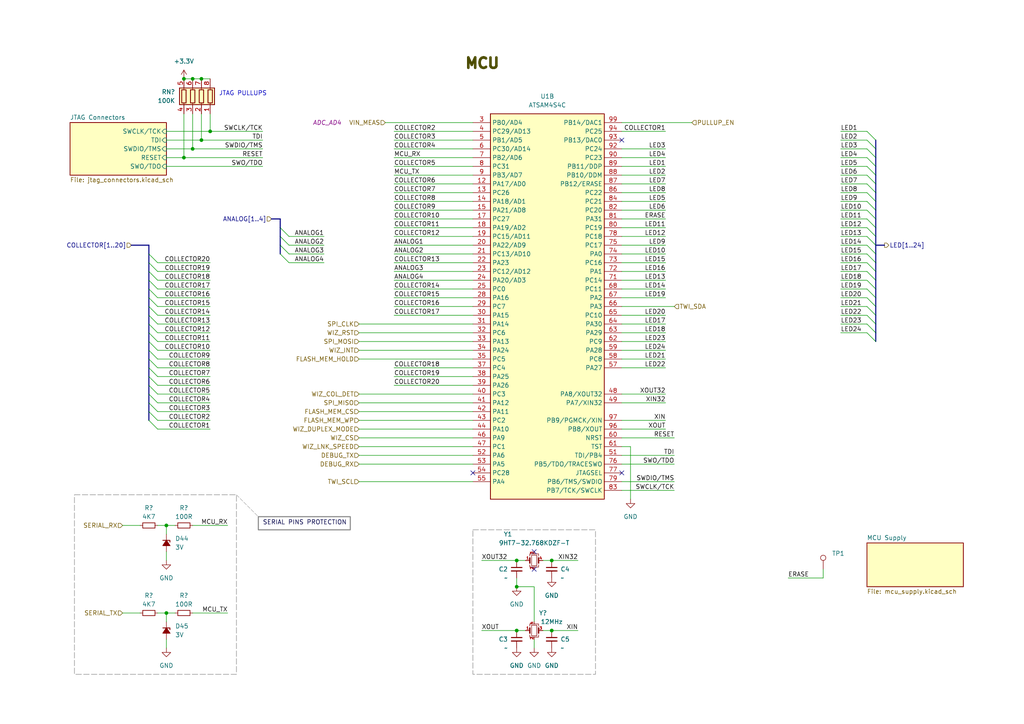
<source format=kicad_sch>
(kicad_sch (version 20230121) (generator eeschema)
  (paper "A4")
  (title_block (title "MCU") (date "2023-06-28") (rev "R2.1"))
  (lib_symbols
    (symbol "Connector:TestPoint" (pin_numbers hide) (pin_names (offset 0.762) hide)
      (property "Reference" "TP" (at 0 6.858 0))
      (property "Value" "TestPoint" (at 0 5.08 0))
      (symbol "TestPoint_0_1"
        (circle (center 0 3.302) (radius 0.762))
      )
      (symbol "TestPoint_1_1"
        (pin passive line (at 0 0 90) (length 2.54) (name "1") (number "1"))
      )
    )
    (symbol "Device:C_Small" (pin_numbers hide) (pin_names (offset 0.254) hide)
      (property "Reference" "C" (at 0.254 1.778 0))
      (property "Value" "C_Small" (at 0.254 -2.032 0))
      (symbol "C_Small_0_1"
        (polyline (pts (xy -1.524 -0.508) (xy 1.524 -0.508)) (stroke (width 0.3302)))
        (polyline (pts (xy -1.524 0.508) (xy 1.524 0.508)) (stroke (width 0.3048)))
      )
      (symbol "C_Small_1_1"
        (pin passive line (at 0 2.54 270) (length 2.032) (name "~") (number "1"))
        (pin passive line (at 0 -2.54 90) (length 2.032) (name "~") (number "2"))
      )
    )
    (symbol "Device:Crystal_GND23_Small" (pin_names (offset 1.016) hide)
      (property "Reference" "Y" (at 1.27 4.445 0))
      (property "Value" "Crystal_GND23_Small" (at 1.27 2.54 0))
      (symbol "Crystal_GND23_Small_0_1"
        (rectangle (start -0.762 -1.524) (end 0.762 1.524))
        (polyline (pts (xy -1.27 -0.762) (xy -1.27 0.762)) (stroke (width 0.381)))
        (polyline (pts (xy 1.27 -0.762) (xy 1.27 0.762)) (stroke (width 0.381)))
        (polyline (pts (xy -1.27 -1.27) (xy -1.27 -1.905) (xy 1.27 -1.905) (xy 1.27 -1.27)))
        (polyline (pts (xy -1.27 1.27) (xy -1.27 1.905) (xy 1.27 1.905) (xy 1.27 1.27)))
      )
      (symbol "Crystal_GND23_Small_1_1"
        (pin passive line (at -2.54 0 0) (length 1.27) (name "1") (number "1"))
        (pin passive line (at 0 -2.54 90) (length 0.635) (name "2") (number "2"))
        (pin passive line (at 0 2.54 270) (length 0.635) (name "3") (number "3"))
        (pin passive line (at 2.54 0 180) (length 1.27) (name "4") (number "4"))
      )
    )
    (symbol "Device:Crystal_GND24_Small" (pin_names (offset 1.016) hide)
      (property "Reference" "Y" (at 1.27 4.445 0))
      (property "Value" "Crystal_GND24_Small" (at 1.27 2.54 0))
      (symbol "Crystal_GND24_Small_0_1"
        (rectangle (start -0.762 -1.524) (end 0.762 1.524))
        (polyline (pts (xy -1.27 -0.762) (xy -1.27 0.762)) (stroke (width 0.381)))
        (polyline (pts (xy 1.27 -0.762) (xy 1.27 0.762)) (stroke (width 0.381)))
        (polyline (pts (xy -1.27 -1.27) (xy -1.27 -1.905) (xy 1.27 -1.905) (xy 1.27 -1.27)))
        (polyline (pts (xy -1.27 1.27) (xy -1.27 1.905) (xy 1.27 1.905) (xy 1.27 1.27)))
      )
      (symbol "Crystal_GND24_Small_1_1"
        (pin passive line (at -2.54 0 0) (length 1.27) (name "1") (number "1"))
        (pin passive line (at 0 -2.54 90) (length 0.635) (name "2") (number "2"))
        (pin passive line (at 2.54 0 180) (length 1.27) (name "3") (number "3"))
        (pin passive line (at 0 2.54 270) (length 0.635) (name "4") (number "4"))
      )
    )
    (symbol "Device:D_Zener_Small_Filled" (pin_numbers hide) (pin_names (offset 0.254) hide)
      (property "Reference" "D" (at 0 2.286 0))
      (property "Value" "D_Zener_Small_Filled" (at 0 -2.286 0))
      (symbol "D_Zener_Small_Filled_0_1"
        (polyline (pts (xy 0.762 0) (xy -0.762 0)))
        (polyline (pts (xy -0.254 1.016) (xy -0.762 1.016) (xy -0.762 -1.016)) (stroke (width 0.254)))
        (polyline (pts (xy 0.762 1.016) (xy -0.762 0) (xy 0.762 -1.016) (xy 0.762 1.016)) (stroke (width 0.254)) (fill (type outline)))
      )
      (symbol "D_Zener_Small_Filled_1_1"
        (pin passive line (at -2.54 0 0) (length 1.778) (name "K") (number "1"))
        (pin passive line (at 2.54 0 180) (length 1.778) (name "A") (number "2"))
      )
    )
    (symbol "Device:R_Pack04" (pin_names (offset 0) hide)
      (property "Reference" "RN" (at -7.62 0 90))
      (property "Value" "R_Pack04" (at 5.08 0 90))
      (symbol "R_Pack04_0_1"
        (rectangle (start -6.35 -2.413) (end 3.81 2.413) (stroke (width 0.254)) (fill (type background)))
        (rectangle (start -5.715 1.905) (end -4.445 -1.905) (stroke (width 0.254)))
        (rectangle (start -3.175 1.905) (end -1.905 -1.905) (stroke (width 0.254)))
        (rectangle (start -0.635 1.905) (end 0.635 -1.905) (stroke (width 0.254)))
        (polyline (pts (xy -5.08 -2.54) (xy -5.08 -1.905)))
        (polyline (pts (xy -5.08 1.905) (xy -5.08 2.54)))
        (polyline (pts (xy -2.54 -2.54) (xy -2.54 -1.905)))
        (polyline (pts (xy -2.54 1.905) (xy -2.54 2.54)))
        (polyline (pts (xy 0 -2.54) (xy 0 -1.905)))
        (polyline (pts (xy 0 1.905) (xy 0 2.54)))
        (polyline (pts (xy 2.54 -2.54) (xy 2.54 -1.905)))
        (polyline (pts (xy 2.54 1.905) (xy 2.54 2.54)))
        (rectangle (start 1.905 1.905) (end 3.175 -1.905) (stroke (width 0.254)))
      )
      (symbol "R_Pack04_1_1"
        (pin passive line (at -5.08 -5.08 90) (length 2.54) (name "R1.1") (number "1"))
        (pin passive line (at -2.54 -5.08 90) (length 2.54) (name "R2.1") (number "2"))
        (pin passive line (at 0 -5.08 90) (length 2.54) (name "R3.1") (number "3"))
        (pin passive line (at 2.54 -5.08 90) (length 2.54) (name "R4.1") (number "4"))
        (pin passive line (at 2.54 5.08 270) (length 2.54) (name "R4.2") (number "5"))
        (pin passive line (at 0 5.08 270) (length 2.54) (name "R3.2") (number "6"))
        (pin passive line (at -2.54 5.08 270) (length 2.54) (name "R2.2") (number "7"))
        (pin passive line (at -5.08 5.08 270) (length 2.54) (name "R1.2") (number "8"))
      )
    )
    (symbol "Device:R_Small" (pin_numbers hide) (pin_names (offset 0.254) hide)
      (property "Reference" "R" (at 0.762 0.508 0))
      (property "Value" "R_Small" (at 0.762 -1.016 0))
      (symbol "R_Small_0_1"
        (rectangle (start -0.762 1.778) (end 0.762 -1.778) (stroke (width 0.2032)))
      )
      (symbol "R_Small_1_1"
        (pin passive line (at 0 2.54 270) (length 0.762) (name "~") (number "1"))
        (pin passive line (at 0 -2.54 90) (length 0.762) (name "~") (number "2"))
      )
    )
    (symbol "My Libraries:ATSAM4S2C"
      (property "Reference" "U" (at -2.54 58.42 0))
      (property "Value" "ATSAM4S4C" (at 0 55.88 0))
      (symbol "ATSAM4S2C_1_1"
        (rectangle (start -20.32 15.24) (end 20.32 -20.32) (stroke (width 0.254)) (fill (type background)))
        (pin input line (at -25.4 -17.78 0) (length 5.08) (name "ADVREF") (number "1"))
        (pin power_in line (at -25.4 12.7 0) (length 5.08) (name "VDDIN") (number "10"))
        (pin power_in line (at 25.4 -17.78 180) (length 5.08) (name "VDDPLL") (number "100"))
        (pin power_out line (at 25.4 12.7 180) (length 5.08) (name "VDDOUT") (number "11"))
        (pin power_in line (at 25.4 -7.62 180) (length 5.08) (name "VDDCORE") (number "16"))
        (pin power_in line (at -5.08 -25.4 90) (length 5.08) (name "GND") (number "2"))
        (pin power_in line (at -2.54 -25.4 90) (length 5.08) (name "GND") (number "26"))
        (pin power_in line (at -25.4 0 0) (length 5.08) (name "VDDIO") (number "27"))
        (pin power_in line (at 25.4 -5.08 180) (length 5.08) (name "VDDCORE") (number "36"))
        (pin power_in line (at 2.54 -25.4 90) (length 5.08) (name "GND") (number "45"))
        (pin power_in line (at -25.4 -2.54 0) (length 5.08) (name "VDDIO") (number "50"))
        (pin power_in line (at 25.4 -2.54 180) (length 5.08) (name "VDDCORE") (number "56"))
        (pin power_in line (at -25.4 -5.08 0) (length 5.08) (name "VDDIO") (number "69"))
        (pin power_in line (at 0 -25.4 90) (length 5.08) (name "GND") (number "70"))
        (pin power_in line (at 25.4 0 180) (length 5.08) (name "VDDCORE") (number "85"))
        (pin power_in line (at -25.4 -7.62 0) (length 5.08) (name "VDDIO") (number "91"))
        (pin power_in line (at 5.08 -25.4 90) (length 5.08) (name "GND") (number "95"))
        (pin power_in line (at -25.4 -10.16 0) (length 5.08) (name "VDDIO") (number "98"))
      )
      (symbol "ATSAM4S2C_2_1"
        (rectangle (start -17.78 53.34) (end 15.24 -58.42) (stroke (width 0.254)) (fill (type background)))
        (pin passive line (at -22.86 33.02 0) (length 5.08) (name "PA17/AD0") (number "12"))
        (pin passive line (at -22.86 30.48 0) (length 5.08) (name "PC26") (number "13"))
        (pin passive line (at -22.86 27.94 0) (length 5.08) (name "PA18/AD1") (number "14"))
        (pin passive line (at -22.86 25.4 0) (length 5.08) (name "PA21/AD8") (number "15"))
        (pin passive line (at -22.86 22.86 0) (length 5.08) (name "PC27") (number "17"))
        (pin passive line (at -22.86 20.32 0) (length 5.08) (name "PA19/AD2") (number "18"))
        (pin passive line (at -22.86 17.78 0) (length 5.08) (name "PC15/AD11") (number "19"))
        (pin passive line (at -22.86 15.24 0) (length 5.08) (name "PA22/AD9") (number "20"))
        (pin passive line (at -22.86 12.7 0) (length 5.08) (name "PC13/AD10") (number "21"))
        (pin passive line (at -22.86 10.16 0) (length 5.08) (name "PA23") (number "22"))
        (pin passive line (at -22.86 7.62 0) (length 5.08) (name "PC12/AD12") (number "23"))
        (pin passive line (at -22.86 5.08 0) (length 5.08) (name "PA20/AD3") (number "24"))
        (pin passive line (at -22.86 2.54 0) (length 5.08) (name "PC0") (number "25"))
        (pin passive line (at -22.86 0 0) (length 5.08) (name "PA16") (number "28"))
        (pin passive line (at -22.86 -2.54 0) (length 5.08) (name "PC7") (number "29"))
        (pin passive line (at -22.86 50.8 0) (length 5.08) (name "PB0/AD4") (number "3"))
        (pin passive line (at -22.86 -5.08 0) (length 5.08) (name "PA15") (number "30"))
        (pin passive line (at -22.86 -7.62 0) (length 5.08) (name "PA14") (number "31"))
        (pin passive line (at -22.86 -10.16 0) (length 5.08) (name "PC6") (number "32"))
        (pin passive line (at -22.86 -12.7 0) (length 5.08) (name "PA13") (number "33"))
        (pin passive line (at -22.86 -15.24 0) (length 5.08) (name "PA24") (number "34"))
        (pin passive line (at -22.86 -17.78 0) (length 5.08) (name "PC5") (number "35"))
        (pin passive line (at -22.86 -20.32 0) (length 5.08) (name "PC4") (number "37"))
        (pin passive line (at -22.86 -22.86 0) (length 5.08) (name "PA25") (number "38"))
        (pin passive line (at -22.86 -25.4 0) (length 5.08) (name "PA26") (number "39"))
        (pin passive line (at -22.86 48.26 0) (length 5.08) (name "PC29/AD13") (number "4"))
        (pin passive line (at -22.86 -27.94 0) (length 5.08) (name "PC3") (number "40"))
        (pin passive line (at -22.86 -30.48 0) (length 5.08) (name "PA12") (number "41"))
        (pin passive line (at -22.86 -33.02 0) (length 5.08) (name "PA11") (number "42"))
        (pin passive line (at -22.86 -35.56 0) (length 5.08) (name "PC2") (number "43"))
        (pin passive line (at -22.86 -38.1 0) (length 5.08) (name "PA10") (number "44"))
        (pin passive line (at -22.86 -40.64 0) (length 5.08) (name "PA9") (number "46"))
        (pin passive line (at -22.86 -43.18 0) (length 5.08) (name "PC1") (number "47"))
        (pin passive line (at 20.32 -27.94 180) (length 5.08) (name "PA8/XOUT32") (number "48"))
        (pin passive line (at 20.32 -30.48 180) (length 5.08) (name "PA7/XIN32") (number "49"))
        (pin passive line (at -22.86 45.72 0) (length 5.08) (name "PB1/AD5") (number "5"))
        (pin passive line (at 20.32 -45.72 180) (length 5.08) (name "TDI/PB4") (number "51"))
        (pin passive line (at -22.86 -45.72 0) (length 5.08) (name "PA6") (number "52"))
        (pin passive line (at -22.86 -48.26 0) (length 5.08) (name "PA5") (number "53"))
        (pin passive line (at -22.86 -50.8 0) (length 5.08) (name "PC28") (number "54"))
        (pin passive line (at -22.86 -53.34 0) (length 5.08) (name "PA4") (number "55"))
        (pin passive line (at 20.32 -20.32 180) (length 5.08) (name "PA27") (number "57"))
        (pin passive line (at 20.32 -17.78 180) (length 5.08) (name "PC8") (number "58"))
        (pin passive line (at 20.32 -15.24 180) (length 5.08) (name "PA28") (number "59"))
        (pin passive line (at -22.86 43.18 0) (length 5.08) (name "PC30/AD14") (number "6"))
        (pin passive line (at 20.32 -40.64 180) (length 5.08) (name "NRST") (number "60"))
        (pin passive line (at 20.32 -43.18 180) (length 5.08) (name "TST") (number "61"))
        (pin passive line (at 20.32 -12.7 180) (length 5.08) (name "PC9") (number "62"))
        (pin passive line (at 20.32 -10.16 180) (length 5.08) (name "PA29") (number "63"))
        (pin passive line (at 20.32 -7.62 180) (length 5.08) (name "PA30") (number "64"))
        (pin passive line (at 20.32 -5.08 180) (length 5.08) (name "PC10") (number "65"))
        (pin passive line (at 20.32 -2.54 180) (length 5.08) (name "PA3") (number "66"))
        (pin passive line (at 20.32 0 180) (length 5.08) (name "PA2") (number "67"))
        (pin passive line (at 20.32 2.54 180) (length 5.08) (name "PC11") (number "68"))
        (pin passive line (at -22.86 40.64 0) (length 5.08) (name "PB2/AD6") (number "7"))
        (pin passive line (at 20.32 5.08 180) (length 5.08) (name "PC14") (number "71"))
        (pin passive line (at 20.32 7.62 180) (length 5.08) (name "PA1") (number "72"))
        (pin passive line (at 20.32 10.16 180) (length 5.08) (name "PC16") (number "73"))
        (pin passive line (at 20.32 12.7 180) (length 5.08) (name "PA0") (number "74"))
        (pin passive line (at 20.32 15.24 180) (length 5.08) (name "PC17") (number "75"))
        (pin passive line (at 20.32 -48.26 180) (length 5.08) (name "PB5/TDO/TRACESWO") (number "76"))
        (pin passive line (at 20.32 -50.8 180) (length 5.08) (name "JTAGSEL") (number "77"))
        (pin passive line (at 20.32 17.78 180) (length 5.08) (name "PC18") (number "78"))
        (pin passive line (at 20.32 -53.34 180) (length 5.08) (name "PB6/TMS/SWDIO") (number "79"))
        (pin passive line (at -22.86 38.1 0) (length 5.08) (name "PC31") (number "8"))
        (pin passive line (at 20.32 20.32 180) (length 5.08) (name "PC19") (number "80"))
        (pin passive line (at 20.32 22.86 180) (length 5.08) (name "PA31") (number "81"))
        (pin passive line (at 20.32 25.4 180) (length 5.08) (name "PC20") (number "82"))
        (pin passive line (at 20.32 -55.88 180) (length 5.08) (name "PB7/TCK/SWCLK") (number "83"))
        (pin passive line (at 20.32 27.94 180) (length 5.08) (name "PC21") (number "84"))
        (pin passive line (at 20.32 30.48 180) (length 5.08) (name "PC22") (number "86"))
        (pin passive line (at 20.32 33.02 180) (length 5.08) (name "PB12/ERASE") (number "87"))
        (pin passive line (at 20.32 35.56 180) (length 5.08) (name "PB10/DDM") (number "88"))
        (pin passive line (at 20.32 38.1 180) (length 5.08) (name "PB11/DDP") (number "89"))
        (pin passive line (at -22.86 35.56 0) (length 5.08) (name "PB3/AD7") (number "9"))
        (pin passive line (at 20.32 40.64 180) (length 5.08) (name "PC23") (number "90"))
        (pin passive line (at 20.32 43.18 180) (length 5.08) (name "PC24") (number "92"))
        (pin passive line (at 20.32 45.72 180) (length 5.08) (name "PB13/DAC0") (number "93"))
        (pin passive line (at 20.32 48.26 180) (length 5.08) (name "PC25") (number "94"))
        (pin passive line (at 20.32 -38.1 180) (length 5.08) (name "PB8/XOUT") (number "96"))
        (pin passive line (at 20.32 -35.56 180) (length 5.08) (name "PB9/PGMCK/XIN") (number "97"))
        (pin passive line (at 20.32 50.8 180) (length 5.08) (name "PB14/DAC1") (number "99"))
      )
    )
    (symbol "power:+3.3V" (power) (pin_names (offset 0))
      (property "Value" "+3.3V" (at 0 3.556 0))
      (symbol "+3.3V_0_1"
        (polyline (pts (xy -0.762 1.27) (xy 0 2.54)))
        (polyline (pts (xy 0 0) (xy 0 2.54)))
        (polyline (pts (xy 0 2.54) (xy 0.762 1.27)))
      )
      (symbol "+3.3V_1_1"
        (pin power_in line (at 0 0 90) (length 0) hide (name "+3.3V") (number "1"))
      )
    )
    (symbol "power:GND" (power) (pin_names (offset 0))
      (property "Value" "GND" (at 0 -3.81 0))
      (symbol "GND_0_1"
        (polyline (pts (xy 0 0) (xy 0 -1.27) (xy 1.27 -1.27) (xy 0 -2.54) (xy -1.27 -1.27) (xy 0 -1.27)))
      )
      (symbol "GND_1_1"
        (pin power_in line (at 0 0 270) (length 0) hide (name "GND") (number "1"))
      )
    )
  )
  (junction (at 58.42 22.86))
  (junction (at 160.02 182.88))
  (junction (at 58.42 40.64))
  (junction (at 60.96 38.1))
  (junction (at 160.02 162.56))
  (junction (at 53.34 45.72))
  (junction (at 149.86 182.88))
  (junction (at 48.26 152.4))
  (junction (at 149.86 170.18))
  (junction (at 53.34 22.86))
  (junction (at 55.88 22.86))
  (junction (at 48.26 177.8))
  (junction (at 149.86 162.56))
  (junction (at 55.88 43.18))
  (no_connect (at 180.34 40.64))
  (no_connect (at 154.94 160.02))
  (no_connect (at 180.34 137.16))
  (no_connect (at 137.16 137.16))
  (no_connect (at 154.94 165.1))
  (bus_entry (at 251.46 86.36) (size 2.54 2.54))
  (bus_entry (at 254 60.96) (size -2.54 -2.54))
  (bus_entry (at 254 93.98) (size -2.54 -2.54))
  (bus_entry (at 254 91.44) (size -2.54 -2.54))
  (bus_entry (at 43.18 114.3) (size 2.54 2.54))
  (bus_entry (at 254 81.28) (size -2.54 -2.54))
  (bus_entry (at 254 73.66) (size -2.54 -2.54))
  (bus_entry (at 83.82 71.12) (size -2.54 -2.54))
  (bus_entry (at 43.18 116.84) (size 2.54 2.54))
  (bus_entry (at 254 66.04) (size -2.54 -2.54))
  (bus_entry (at 43.18 78.74) (size 2.54 2.54))
  (bus_entry (at 45.72 76.2) (size -2.54 -2.54))
  (bus_entry (at 83.82 73.66) (size -2.54 -2.54))
  (bus_entry (at 254 76.2) (size -2.54 -2.54))
  (bus_entry (at 43.18 96.52) (size 2.54 2.54))
  (bus_entry (at 43.18 81.28) (size 2.54 2.54))
  (bus_entry (at 254 78.74) (size -2.54 -2.54))
  (bus_entry (at 43.18 119.38) (size 2.54 2.54))
  (bus_entry (at 43.18 101.6) (size 2.54 2.54))
  (bus_entry (at 43.18 91.44) (size 2.54 2.54))
  (bus_entry (at 43.18 109.22) (size 2.54 2.54))
  (bus_entry (at 43.18 121.92) (size 2.54 2.54))
  (bus_entry (at 45.72 101.6) (size -2.54 -2.54))
  (bus_entry (at 251.46 60.96) (size 2.54 2.54))
  (bus_entry (at 254 96.52) (size -2.54 -2.54))
  (bus_entry (at 254 58.42) (size -2.54 -2.54))
  (bus_entry (at 254 40.64) (size -2.54 -2.54))
  (bus_entry (at 43.18 86.36) (size 2.54 2.54))
  (bus_entry (at 254 43.18) (size -2.54 -2.54))
  (bus_entry (at 254 71.12) (size -2.54 -2.54))
  (bus_entry (at 254 68.58) (size -2.54 -2.54))
  (bus_entry (at 254 55.88) (size -2.54 -2.54))
  (bus_entry (at 43.18 88.9) (size 2.54 2.54))
  (bus_entry (at 43.18 83.82) (size 2.54 2.54))
  (bus_entry (at 83.82 76.2) (size -2.54 -2.54))
  (bus_entry (at 254 83.82) (size -2.54 -2.54))
  (bus_entry (at 254 53.34) (size -2.54 -2.54))
  (bus_entry (at 251.46 96.52) (size 2.54 2.54))
  (bus_entry (at 254 86.36) (size -2.54 -2.54))
  (bus_entry (at 43.18 106.68) (size 2.54 2.54))
  (bus_entry (at 43.18 111.76) (size 2.54 2.54))
  (bus_entry (at 83.82 68.58) (size -2.54 -2.54))
  (bus_entry (at 254 45.72) (size -2.54 -2.54))
  (bus_entry (at 254 50.8) (size -2.54 -2.54))
  (bus_entry (at 43.18 104.14) (size 2.54 2.54))
  (bus_entry (at 43.18 93.98) (size 2.54 2.54))
  (bus_entry (at 254 48.26) (size -2.54 -2.54))
  (bus_entry (at 43.18 76.2) (size 2.54 2.54))
  (wire (pts (xy 35.56 152.4) (xy 40.64 152.4)))
  (wire (pts (xy 104.14 129.54) (xy 137.16 129.54)))
  (wire (pts (xy 180.34 104.14) (xy 193.04 104.14)))
  (wire (pts (xy 137.16 78.74) (xy 114.3 78.74)))
  (bus (pts (xy 43.18 109.22) (xy 43.18 106.68)))
  (wire (pts (xy 45.72 116.84) (xy 60.96 116.84)))
  (wire (pts (xy 48.26 177.8) (xy 48.26 180.34)))
  (wire (pts (xy 180.34 50.8) (xy 193.04 50.8)))
  (wire (pts (xy 45.72 78.74) (xy 60.96 78.74)))
  (bus (pts (xy 254 93.98) (xy 254 96.52)))
  (bus (pts (xy 254 83.82) (xy 254 86.36)))
  (wire (pts (xy 149.86 162.56) (xy 152.4 162.56)))
  (wire (pts (xy 180.34 93.98) (xy 193.04 93.98)))
  (bus (pts (xy 254 96.52) (xy 254 99.06)))
  (wire (pts (xy 114.3 50.8) (xy 137.16 50.8)))
  (wire (pts (xy 48.26 38.1) (xy 60.96 38.1)))
  (wire (pts (xy 180.34 129.54) (xy 182.88 129.54)))
  (wire (pts (xy 137.16 68.58) (xy 114.3 68.58)))
  (bus (pts (xy 254 73.66) (xy 254 76.2)))
  (wire (pts (xy 83.82 68.58) (xy 93.98 68.58)))
  (wire (pts (xy 180.34 60.96) (xy 193.04 60.96)))
  (bus (pts (xy 43.18 96.52) (xy 43.18 93.98)))
  (wire (pts (xy 48.26 152.4) (xy 50.8 152.4)))
  (bus (pts (xy 43.18 119.38) (xy 43.18 116.84)))
  (wire (pts (xy 48.26 152.4) (xy 48.26 154.94)))
  (wire (pts (xy 45.72 88.9) (xy 60.96 88.9)))
  (bus (pts (xy 254 68.58) (xy 254 71.12)))
  (wire (pts (xy 180.34 58.42) (xy 193.04 58.42)))
  (bus (pts (xy 254 71.12) (xy 254 73.66)))
  (wire (pts (xy 137.16 83.82) (xy 114.3 83.82)))
  (wire (pts (xy 154.94 170.18) (xy 149.86 170.18)))
  (wire (pts (xy 48.26 160.02) (xy 48.26 162.56)))
  (bus (pts (xy 254 55.88) (xy 254 58.42)))
  (wire (pts (xy 45.72 111.76) (xy 60.96 111.76)))
  (wire (pts (xy 45.72 104.14) (xy 60.96 104.14)))
  (wire (pts (xy 251.46 53.34) (xy 243.84 53.34)))
  (wire (pts (xy 180.34 91.44) (xy 193.04 91.44)))
  (wire (pts (xy 137.16 88.9) (xy 114.3 88.9)))
  (wire (pts (xy 55.88 152.4) (xy 66.04 152.4)))
  (wire (pts (xy 104.14 134.62) (xy 137.16 134.62)))
  (wire (pts (xy 45.72 93.98) (xy 60.96 93.98)))
  (bus (pts (xy 43.18 73.66) (xy 43.18 71.12)))
  (wire (pts (xy 104.14 119.38) (xy 137.16 119.38)))
  (wire (pts (xy 139.7 162.56) (xy 149.86 162.56)))
  (wire (pts (xy 160.02 182.88) (xy 167.64 182.88)))
  (wire (pts (xy 104.14 114.3) (xy 137.16 114.3)))
  (wire (pts (xy 180.34 101.6) (xy 193.04 101.6)))
  (bus (pts (xy 254 88.9) (xy 254 91.44)))
  (wire (pts (xy 48.26 177.8) (xy 50.8 177.8)))
  (wire (pts (xy 154.94 180.34) (xy 154.94 170.18)))
  (bus (pts (xy 43.18 76.2) (xy 43.18 73.66)))
  (wire (pts (xy 251.46 83.82) (xy 243.84 83.82)))
  (bus (pts (xy 43.18 81.28) (xy 43.18 78.74)))
  (wire (pts (xy 58.42 33.02) (xy 58.42 40.64)))
  (bus (pts (xy 254 48.26) (xy 254 50.8)))
  (wire (pts (xy 137.16 43.18) (xy 114.3 43.18)))
  (wire (pts (xy 45.72 96.52) (xy 60.96 96.52)))
  (wire (pts (xy 137.16 91.44) (xy 114.3 91.44)))
  (wire (pts (xy 111.76 35.56) (xy 137.16 35.56)))
  (wire (pts (xy 251.46 71.12) (xy 243.84 71.12)))
  (wire (pts (xy 251.46 81.28) (xy 243.84 81.28)))
  (wire (pts (xy 114.3 106.68) (xy 137.16 106.68)))
  (wire (pts (xy 180.34 142.24) (xy 195.58 142.24)))
  (bus (pts (xy 78.74 63.5) (xy 81.28 63.5)))
  (bus (pts (xy 43.18 83.82) (xy 43.18 81.28)))
  (wire (pts (xy 157.48 162.56) (xy 160.02 162.56)))
  (bus (pts (xy 254 40.64) (xy 254 43.18)))
  (bus (pts (xy 43.18 86.36) (xy 43.18 83.82)))
  (bus (pts (xy 254 78.74) (xy 254 81.28)))
  (wire (pts (xy 180.34 134.62) (xy 195.58 134.62)))
  (wire (pts (xy 154.94 185.42) (xy 154.94 187.96)))
  (wire (pts (xy 104.14 93.98) (xy 137.16 93.98)))
  (wire (pts (xy 58.42 22.86) (xy 60.96 22.86)))
  (wire (pts (xy 238.76 165.1) (xy 238.76 167.64)))
  (bus (pts (xy 254 81.28) (xy 254 83.82)))
  (bus (pts (xy 43.18 104.14) (xy 43.18 101.6)))
  (wire (pts (xy 180.34 63.5) (xy 193.04 63.5)))
  (wire (pts (xy 104.14 116.84) (xy 137.16 116.84)))
  (wire (pts (xy 180.34 68.58) (xy 193.04 68.58)))
  (wire (pts (xy 180.34 38.1) (xy 193.04 38.1)))
  (wire (pts (xy 45.72 101.6) (xy 60.96 101.6)))
  (wire (pts (xy 180.34 43.18) (xy 193.04 43.18)))
  (wire (pts (xy 180.34 99.06) (xy 193.04 99.06)))
  (wire (pts (xy 251.46 50.8) (xy 243.84 50.8)))
  (wire (pts (xy 180.34 76.2) (xy 193.04 76.2)))
  (wire (pts (xy 251.46 60.96) (xy 243.84 60.96)))
  (wire (pts (xy 104.14 139.7) (xy 137.16 139.7)))
  (wire (pts (xy 83.82 71.12) (xy 93.98 71.12)))
  (wire (pts (xy 137.16 40.64) (xy 114.3 40.64)))
  (wire (pts (xy 45.72 152.4) (xy 48.26 152.4)))
  (wire (pts (xy 180.34 53.34) (xy 193.04 53.34)))
  (wire (pts (xy 60.96 38.1) (xy 76.2 38.1)))
  (wire (pts (xy 35.56 177.8) (xy 40.64 177.8)))
  (wire (pts (xy 53.34 22.86) (xy 55.88 22.86)))
  (wire (pts (xy 83.82 76.2) (xy 93.98 76.2)))
  (wire (pts (xy 104.14 104.14) (xy 137.16 104.14)))
  (wire (pts (xy 104.14 96.52) (xy 137.16 96.52)))
  (wire (pts (xy 193.04 121.92) (xy 180.34 121.92)))
  (wire (pts (xy 104.14 121.92) (xy 137.16 121.92)))
  (wire (pts (xy 137.16 48.26) (xy 114.3 48.26)))
  (wire (pts (xy 182.88 129.54) (xy 182.88 144.78)))
  (wire (pts (xy 45.72 109.22) (xy 60.96 109.22)))
  (wire (pts (xy 55.88 33.02) (xy 55.88 43.18)))
  (wire (pts (xy 55.88 43.18) (xy 76.2 43.18)))
  (wire (pts (xy 137.16 63.5) (xy 114.3 63.5)))
  (wire (pts (xy 45.72 114.3) (xy 60.96 114.3)))
  (wire (pts (xy 45.72 83.82) (xy 60.96 83.82)))
  (wire (pts (xy 193.04 124.46) (xy 180.34 124.46)))
  (wire (pts (xy 114.3 109.22) (xy 137.16 109.22)))
  (bus (pts (xy 81.28 63.5) (xy 81.28 66.04)))
  (bus (pts (xy 43.18 71.12) (xy 38.1 71.12)))
  (wire (pts (xy 45.72 119.38) (xy 60.96 119.38)))
  (wire (pts (xy 180.34 83.82) (xy 193.04 83.82)))
  (bus (pts (xy 81.28 66.04) (xy 81.28 68.58)))
  (wire (pts (xy 45.72 81.28) (xy 60.96 81.28)))
  (wire (pts (xy 180.34 132.08) (xy 195.58 132.08)))
  (bus (pts (xy 254 76.2) (xy 254 78.74)))
  (wire (pts (xy 251.46 55.88) (xy 243.84 55.88)))
  (wire (pts (xy 238.76 167.64) (xy 228.6 167.64)))
  (wire (pts (xy 137.16 71.12) (xy 114.3 71.12)))
  (wire (pts (xy 160.02 162.56) (xy 167.64 162.56)))
  (wire (pts (xy 251.46 68.58) (xy 243.84 68.58)))
  (wire (pts (xy 55.88 22.86) (xy 58.42 22.86)))
  (wire (pts (xy 180.34 96.52) (xy 193.04 96.52)))
  (wire (pts (xy 251.46 63.5) (xy 243.84 63.5)))
  (wire (pts (xy 137.16 76.2) (xy 114.3 76.2)))
  (wire (pts (xy 149.86 182.88) (xy 152.4 182.88)))
  (bus (pts (xy 254 43.18) (xy 254 45.72)))
  (bus (pts (xy 254 66.04) (xy 254 68.58)))
  (wire (pts (xy 251.46 91.44) (xy 243.84 91.44)))
  (wire (pts (xy 251.46 66.04) (xy 243.84 66.04)))
  (wire (pts (xy 137.16 55.88) (xy 114.3 55.88)))
  (bus (pts (xy 254 60.96) (xy 254 63.5)))
  (wire (pts (xy 251.46 93.98) (xy 243.84 93.98)))
  (wire (pts (xy 180.34 88.9) (xy 195.58 88.9)))
  (bus (pts (xy 254 63.5) (xy 254 66.04)))
  (bus (pts (xy 43.18 91.44) (xy 43.18 88.9)))
  (wire (pts (xy 53.34 45.72) (xy 76.2 45.72)))
  (bus (pts (xy 43.18 93.98) (xy 43.18 91.44)))
  (wire (pts (xy 180.34 86.36) (xy 193.04 86.36)))
  (wire (pts (xy 149.86 170.18) (xy 149.86 167.64)))
  (wire (pts (xy 180.34 71.12) (xy 193.04 71.12)))
  (bus (pts (xy 254 58.42) (xy 254 60.96)))
  (bus (pts (xy 81.28 68.58) (xy 81.28 71.12)))
  (wire (pts (xy 180.34 55.88) (xy 193.04 55.88)))
  (polyline (pts (xy 68.58 143.51) (xy 74.93 149.86)) (stroke (width 0.1) (type dash) (color 132 132 132 1)))
  (wire (pts (xy 251.46 45.72) (xy 243.84 45.72)))
  (wire (pts (xy 137.16 60.96) (xy 114.3 60.96)))
  (wire (pts (xy 58.42 40.64) (xy 76.2 40.64)))
  (wire (pts (xy 83.82 73.66) (xy 93.98 73.66)))
  (wire (pts (xy 48.26 43.18) (xy 55.88 43.18)))
  (bus (pts (xy 254 86.36) (xy 254 88.9)))
  (wire (pts (xy 193.04 116.84) (xy 180.34 116.84)))
  (bus (pts (xy 43.18 111.76) (xy 43.18 109.22)))
  (bus (pts (xy 43.18 121.92) (xy 43.18 119.38)))
  (bus (pts (xy 43.18 88.9) (xy 43.18 86.36)))
  (wire (pts (xy 251.46 86.36) (xy 243.84 86.36)))
  (wire (pts (xy 251.46 76.2) (xy 243.84 76.2)))
  (wire (pts (xy 251.46 58.42) (xy 243.84 58.42)))
  (bus (pts (xy 256.54 71.12) (xy 254 71.12)))
  (wire (pts (xy 114.3 45.72) (xy 137.16 45.72)))
  (wire (pts (xy 45.72 99.06) (xy 60.96 99.06)))
  (wire (pts (xy 114.3 111.76) (xy 137.16 111.76)))
  (bus (pts (xy 43.18 99.06) (xy 43.18 96.52)))
  (bus (pts (xy 254 53.34) (xy 254 55.88)))
  (wire (pts (xy 180.34 78.74) (xy 193.04 78.74)))
  (wire (pts (xy 251.46 96.52) (xy 243.84 96.52)))
  (wire (pts (xy 180.34 48.26) (xy 193.04 48.26)))
  (bus (pts (xy 43.18 114.3) (xy 43.18 111.76)))
  (bus (pts (xy 254 50.8) (xy 254 53.34)))
  (wire (pts (xy 104.14 99.06) (xy 137.16 99.06)))
  (wire (pts (xy 137.16 81.28) (xy 114.3 81.28)))
  (wire (pts (xy 139.7 182.88) (xy 149.86 182.88)))
  (wire (pts (xy 48.26 48.26) (xy 76.2 48.26)))
  (wire (pts (xy 180.34 45.72) (xy 193.04 45.72)))
  (bus (pts (xy 43.18 101.6) (xy 43.18 99.06)))
  (wire (pts (xy 180.34 81.28) (xy 193.04 81.28)))
  (bus (pts (xy 43.18 116.84) (xy 43.18 114.3)))
  (wire (pts (xy 48.26 40.64) (xy 58.42 40.64)))
  (wire (pts (xy 104.14 127) (xy 137.16 127)))
  (wire (pts (xy 251.46 88.9) (xy 243.84 88.9)))
  (wire (pts (xy 55.88 177.8) (xy 66.04 177.8)))
  (bus (pts (xy 254 91.44) (xy 254 93.98)))
  (wire (pts (xy 137.16 66.04) (xy 114.3 66.04)))
  (wire (pts (xy 157.48 182.88) (xy 160.02 182.88)))
  (wire (pts (xy 104.14 101.6) (xy 137.16 101.6)))
  (wire (pts (xy 48.26 185.42) (xy 48.26 187.96)))
  (wire (pts (xy 45.72 106.68) (xy 60.96 106.68)))
  (wire (pts (xy 53.34 33.02) (xy 53.34 45.72)))
  (bus (pts (xy 43.18 78.74) (xy 43.18 76.2)))
  (wire (pts (xy 251.46 73.66) (xy 243.84 73.66)))
  (wire (pts (xy 180.34 66.04) (xy 193.04 66.04)))
  (wire (pts (xy 193.04 114.3) (xy 180.34 114.3)))
  (wire (pts (xy 48.26 45.72) (xy 53.34 45.72)))
  (wire (pts (xy 180.34 106.68) (xy 193.04 106.68)))
  (wire (pts (xy 137.16 38.1) (xy 114.3 38.1)))
  (wire (pts (xy 104.14 124.46) (xy 137.16 124.46)))
  (wire (pts (xy 251.46 78.74) (xy 243.84 78.74)))
  (wire (pts (xy 45.72 177.8) (xy 48.26 177.8)))
  (wire (pts (xy 45.72 121.92) (xy 60.96 121.92)))
  (wire (pts (xy 45.72 91.44) (xy 60.96 91.44)))
  (wire (pts (xy 180.34 127) (xy 195.58 127)))
  (wire (pts (xy 180.34 35.56) (xy 200.66 35.56)))
  (wire (pts (xy 45.72 86.36) (xy 60.96 86.36)))
  (wire (pts (xy 251.46 43.18) (xy 243.84 43.18)))
  (wire (pts (xy 251.46 40.64) (xy 243.84 40.64)))
  (wire (pts (xy 137.16 73.66) (xy 114.3 73.66)))
  (wire (pts (xy 180.34 73.66) (xy 193.04 73.66)))
  (wire (pts (xy 137.16 86.36) (xy 114.3 86.36)))
  (wire (pts (xy 137.16 53.34) (xy 114.3 53.34)))
  (bus (pts (xy 81.28 71.12) (xy 81.28 73.66)))
  (bus (pts (xy 43.18 106.68) (xy 43.18 104.14)))
  (wire (pts (xy 251.46 48.26) (xy 243.84 48.26)))
  (wire (pts (xy 60.96 33.02) (xy 60.96 38.1)))
  (wire (pts (xy 60.96 124.46) (xy 45.72 124.46)))
  (wire (pts (xy 180.34 139.7) (xy 195.58 139.7)))
  (wire (pts (xy 137.16 58.42) (xy 114.3 58.42)))
  (wire (pts (xy 45.72 76.2) (xy 60.96 76.2)))
  (wire (pts (xy 104.14 132.08) (xy 137.16 132.08)))
  (wire (pts (xy 243.84 38.1) (xy 251.46 38.1)))
  (bus (pts (xy 254 45.72) (xy 254 48.26)))
  (rectangle (start 137.16 153.67) (end 172.72 195.58) (stroke (width 0.15) (type dash) (color 132 132 132 1)))
  (rectangle (start 21.59 143.51) (end 68.58 195.58) (stroke (width 0.15) (type dash) (color 132 132 132 1)))
  (rectangle (start 74.93 149.86) (end 101.6 153.67) (stroke (width 0.3) (color 132 132 132 1)))
  (text "JTAG PULLUPS" (at 63.5 27.94 0) (effects (font (size 1.27 1.27)) (justify left bottom)))
  (text "${TITLE}" (at 134.62 20.32 0) (effects (font (size 3 3) (thickness 0.8) bold) (justify left bottom)))
  (text "SERIAL PINS PROTECTION" (at 76.2 152.4 0) (effects (font (size 1.27 1.27)) (justify left bottom)))
  (label "COLLECTOR5" (at 60.96 114.3 180))
  (label "SWDIO{slash}TMS" (at 76.2 43.18 180))
  (label "COLLECTOR2" (at 114.3 38.1 0))
  (label "COLLECTOR16" (at 60.96 86.36 180))
  (label "LED1" (at 193.04 48.26 180))
  (label "COLLECTOR4" (at 60.96 116.84 180))
  (label "XOUT" (at 139.7 182.88 0))
  (label "COLLECTOR17" (at 114.3 91.44 0))
  (label "LED23" (at 193.04 99.06 180))
  (label "LED4" (at 243.84 45.72 0))
  (label "LED5" (at 243.84 48.26 0))
  (label "LED13" (at 193.04 81.28 180))
  (label "LED13" (at 243.84 68.58 0))
  (label "COLLECTOR3" (at 60.96 119.38 180))
  (label "COLLECTOR17" (at 60.96 83.82 180))
  (label "LED24" (at 193.04 101.6 180))
  (label "COLLECTOR10" (at 60.96 101.6 180))
  (label "LED2" (at 243.84 40.64 0))
  (label "COLLECTOR15" (at 114.3 86.36 0))
  (label "LED14" (at 243.84 71.12 0))
  (label "LED17" (at 193.04 93.98 180))
  (label "ANALOG3" (at 93.98 73.66 180))
  (label "LED14" (at 193.04 83.82 180))
  (label "LED17" (at 243.84 78.74 0))
  (label "RESET" (at 195.58 127 180))
  (label "MCU_RX" (at 66.04 152.4 180))
  (label "COLLECTOR15" (at 60.96 88.9 180))
  (label "COLLECTOR1" (at 193.04 38.1 180))
  (label "LED22" (at 193.04 106.68 180))
  (label "XIN" (at 167.64 182.88 180))
  (label "LED2" (at 193.04 50.8 180))
  (label "LED19" (at 193.04 86.36 180))
  (label "COLLECTOR12" (at 60.96 96.52 180))
  (label "LED8" (at 243.84 55.88 0))
  (label "TDI" (at 195.58 132.08 180))
  (label "LED15" (at 193.04 76.2 180))
  (label "XOUT32" (at 139.7 162.56 0))
  (label "LED11" (at 243.84 63.5 0))
  (label "MCU_RX" (at 114.3 45.72 0))
  (label "LED22" (at 243.84 91.44 0))
  (label "LED4" (at 193.04 45.72 180))
  (label "SWCLK{slash}TCK" (at 195.58 142.24 180))
  (label "COLLECTOR8" (at 60.96 106.68 180))
  (label "COLLECTOR6" (at 60.96 111.76 180))
  (label "LED16" (at 243.84 76.2 0))
  (label "SWO{slash}TDO" (at 195.58 134.62 180))
  (label "ANALOG4" (at 114.3 81.28 0))
  (label "ERASE" (at 193.04 63.5 180))
  (label "ANALOG4" (at 93.98 76.2 180))
  (label "LED8" (at 193.04 55.88 180))
  (label "COLLECTOR18" (at 114.3 106.68 0))
  (label "ANALOG2" (at 93.98 71.12 180))
  (label "COLLECTOR19" (at 60.96 78.74 180))
  (label "COLLECTOR3" (at 114.3 40.64 0))
  (label "LED3" (at 193.04 43.18 180))
  (label "LED23" (at 243.84 93.98 0))
  (label "LED6" (at 193.04 60.96 180))
  (label "XIN" (at 193.04 121.92 180))
  (label "COLLECTOR13" (at 60.96 93.98 180))
  (label "COLLECTOR19" (at 114.3 109.22 0))
  (label "COLLECTOR7" (at 60.96 109.22 180))
  (label "COLLECTOR8" (at 114.3 58.42 0))
  (label "COLLECTOR11" (at 60.96 99.06 180))
  (label "LED16" (at 193.04 78.74 180))
  (label "LED10" (at 193.04 73.66 180))
  (label "LED1" (at 243.84 38.1 0))
  (label "COLLECTOR5" (at 114.3 48.26 0))
  (label "LED20" (at 243.84 86.36 0))
  (label "LED21" (at 243.84 88.9 0))
  (label "LED18" (at 243.84 81.28 0))
  (label "COLLECTOR14" (at 114.3 83.82 0))
  (label "COLLECTOR9" (at 114.3 60.96 0))
  (label "LED9" (at 243.84 58.42 0))
  (label "COLLECTOR9" (at 60.96 104.14 180))
  (label "LED12" (at 243.84 66.04 0))
  (label "LED10" (at 243.84 60.96 0))
  (label "COLLECTOR18" (at 60.96 81.28 180))
  (label "ERASE" (at 228.6 167.64 0))
  (label "SWCLK{slash}TCK" (at 76.2 38.1 180))
  (label "LED9" (at 193.04 71.12 180))
  (label "COLLECTOR14" (at 60.96 91.44 180))
  (label "COLLECTOR4" (at 114.3 43.18 0))
  (label "COLLECTOR13" (at 114.3 76.2 0))
  (label "LED3" (at 243.84 43.18 0))
  (label "MCU_TX" (at 66.04 177.8 180))
  (label "LED7" (at 193.04 53.34 180))
  (label "LED24" (at 243.84 96.52 0))
  (label "SWO{slash}TDO" (at 76.2 48.26 180))
  (label "TDI" (at 76.2 40.64 180))
  (label "XIN32" (at 167.64 162.56 180))
  (label "MCU_TX" (at 114.3 50.8 0))
  (label "LED15" (at 243.84 73.66 0))
  (label "COLLECTOR12" (at 114.3 68.58 0))
  (label "COLLECTOR10" (at 114.3 63.5 0))
  (label "SWDIO{slash}TMS" (at 195.58 139.7 180))
  (label "LED7" (at 243.84 53.34 0))
  (label "ANALOG3" (at 114.3 78.74 0))
  (label "ANALOG1" (at 114.3 71.12 0))
  (label "LED18" (at 193.04 96.52 180))
  (label "COLLECTOR7" (at 114.3 55.88 0))
  (label "LED19" (at 243.84 83.82 0))
  (label "COLLECTOR20" (at 114.3 111.76 0))
  (label "ANALOG1" (at 93.98 68.58 180))
  (label "COLLECTOR16" (at 114.3 88.9 0))
  (label "LED21" (at 193.04 104.14 180))
  (label "COLLECTOR11" (at 114.3 66.04 0))
  (label "XOUT32" (at 193.04 114.3 180))
  (label "LED20" (at 193.04 91.44 180))
  (label "COLLECTOR6" (at 114.3 53.34 0))
  (label "LED5" (at 193.04 58.42 180))
  (label "COLLECTOR20" (at 60.96 76.2 180))
  (label "XOUT" (at 193.04 124.46 180))
  (label "COLLECTOR1" (at 60.96 124.46 180))
  (label "XIN32" (at 193.04 116.84 180))
  (label "RESET" (at 76.2 45.72 180))
  (label "COLLECTOR2" (at 60.96 121.92 180))
  (label "LED11" (at 193.04 66.04 180))
  (label "LED12" (at 193.04 68.58 180))
  (label "LED6" (at 243.84 50.8 0))
  (label "ANALOG2" (at 114.3 73.66 0))
  (hierarchical_label "ANALOG[1..4]" (shape input) (at 78.74 63.5 180))
  (hierarchical_label "DEBUG_TX" (shape input) (at 104.14 132.08 180))
  (hierarchical_label "WIZ_COL_DET" (shape input) (at 104.14 114.3 180))
  (hierarchical_label "WIZ_LNK_SPEED" (shape input) (at 104.14 129.54 180))
  (hierarchical_label "FLASH_MEM_WP" (shape input) (at 104.14 121.92 180))
  (hierarchical_label "PULLUP_EN" (shape input) (at 200.66 35.56 0))
  (hierarchical_label "TWI_SCL" (shape input) (at 104.14 139.7 180))
  (hierarchical_label "FLASH_MEM_CS" (shape input) (at 104.14 119.38 180))
  (hierarchical_label "LED[1..24]" (shape output) (at 256.54 71.12 0))
  (hierarchical_label "SERIAL_TX" (shape input) (at 35.56 177.8 180))
  (hierarchical_label "FLASH_MEM_HOLD" (shape input) (at 104.14 104.14 180))
  (hierarchical_label "WIZ_RST" (shape input) (at 104.14 96.52 180))
  (hierarchical_label "COLLECTOR[1..20]" (shape input) (at 38.1 71.12 180))
  (hierarchical_label "DEBUG_RX" (shape input) (at 104.14 134.62 180))
  (hierarchical_label "SPI_CLK" (shape input) (at 104.14 93.98 180))
  (hierarchical_label "VIN_MEAS" (shape input) (at 111.76 35.56 180) (property "ADC" "ADC_AD4" (at 99.06 35.56 0) (effects (font italic) (justify right))))
  (hierarchical_label "SPI_MISO" (shape input) (at 104.14 116.84 180))
  (hierarchical_label "TWI_SDA" (shape input) (at 195.58 88.9 0))
  (hierarchical_label "WIZ_DUPLEX_MODE" (shape input) (at 104.14 124.46 180))
  (hierarchical_label "WIZ_CS" (shape input) (at 104.14 127 180))
  (hierarchical_label "WIZ_INT" (shape input) (at 104.14 101.6 180))
  (hierarchical_label "SPI_MOSI" (shape input) (at 104.14 99.06 180))
  (hierarchical_label "SERIAL_RX" (shape input) (at 35.56 152.4 180))
  (symbol (lib_id "Device:C_Small") (at 160.02 165.1 0) (unit 1)
    (property "Reference" "C4" (at 162.56 165.1 0) (effects (justify left)))
    (property "Value" "~" (at 162.56 167.64 0) (effects (justify left)))
    (property "Footprint" "Capacitor_SMD:C_0603_1608Metric" (effects hide))
    (instances (project "serial_io_expander" (path "" (reference "C4") (unit 1)) (path "" (reference "C?") (unit 1)) (path "" (reference "C?") (unit 1))))
  )
  (symbol (lib_id "Device:C_Small") (at 160.02 185.42 0) (unit 1)
    (property "Reference" "C5" (at 162.56 185.42 0) (effects (justify left)))
    (property "Value" "~" (at 162.56 187.96 0) (effects (justify left)))
    (property "Footprint" "Capacitor_SMD:C_0603_1608Metric" (effects hide))
    (instances (project "serial_io_expander" (path "" (reference "C5") (unit 1)) (path "" (reference "C?") (unit 1)) (path "" (reference "C?") (unit 1))))
  )
  (symbol (lib_id "Device:Crystal_GND24_Small") (at 154.94 182.88 0) (unit 1)
    (property "Reference" "Y?" (at 157.48 177.8 0))
    (property "Value" "12MHz" (at 160.02 180.34 0))
    (property "Footprint" "Crystal:Crystal_SMD_Abracon_ABM8G-4Pin_3.2x2.5mm" (effects hide))
    (instances (project "serial_io_expander" (path "" (reference "Y?") (unit 1)) (path "" (reference "Y2") (unit 1))))
  )
  (symbol (lib_id "Connector:TestPoint") (at 238.76 165.1 0) (unit 1) (in_bom no)
    (property "Reference" "TP1" (at 241.3 160.528 0) (effects (justify left)))
    (property "Value" "TestPoint" (effects hide))
    (property "Footprint" "TestPoint:TestPoint_Pad_D1.5mm" (effects hide))
  )
  (symbol (lib_id "power:GND") (at 160.02 167.64 0) (unit 1)
    (property "Reference" "#PWR0168" (effects hide))
    (property "Value" "GND" (at 160.02 172.72 0))
  )
  (symbol (lib_id "Device:Crystal_GND23_Small") (at 154.94 162.56 0) (unit 1)
    (property "Reference" "Y1" (at 147.32 154.94 0))
    (property "Value" "9HT7-32.768KDZF-T" (at 154.94 157.48 0))
    (property "Footprint" "My Footprints:Crystal_SMD_TXC_4pin_6.9x1.4" (effects hide))
  )
  (symbol (lib_id "power:GND") (at 182.88 144.78 0) (unit 1)
    (property "Reference" "#PWR0165" (effects hide))
    (property "Value" "GND" (at 182.88 149.86 0))
  )
  (symbol (lib_id "power:GND") (at 149.86 187.96 0) (mirror y) (unit 1)
    (property "Reference" "#PWR0166" (effects hide))
    (property "Value" "GND" (at 149.86 193.04 0))
  )
  (symbol (lib_id "Device:D_Zener_Small_Filled") (at 48.26 182.88 270) (unit 1)
    (property "Reference" "D45" (at 50.8 181.61 90) (effects (justify left)))
    (property "Value" "3V" (at 50.8 184.15 90) (effects (justify left)))
    (property "Footprint" "Diode_SMD:D_SOD-123" (effects hide))
    (property "PartkeeprID" "75" (effects hide))
  )
  (symbol (lib_id "My Libraries:ATSAM4S2C") (at 160.02 86.36 0) (unit 2)
    (property "Reference" "U1" (at 158.75 27.94 0))
    (property "Value" "ATSAM4S4C" (at 158.75 30.48 0))
    (property "Footprint" "Package_QFP:LQFP-100_14x14mm_P0.5mm" (effects hide))
    (property "Datasheet" "https://ww1.microchip.com/downloads/aemDocuments/documents/OTH/ProductDocuments/DataSheets/Atmel-11100-32-bitCortex-M4-Microcontroller-SAM4S_Datasheet.pdf" (effects hide))
  )
  (symbol (lib_id "power:GND") (at 48.26 187.96 0) (unit 1)
    (property "Reference" "#PWR0163" (effects hide))
    (property "Value" "GND" (at 48.26 193.04 0))
  )
  (symbol (lib_id "Device:R_Small") (at 43.18 177.8 90) (mirror x) (unit 1)
    (property "Reference" "R?" (at 43.18 172.72 90))
    (property "Value" "4K7" (at 43.18 175.26 90))
    (property "Footprint" "Resistor_SMD:R_0603_1608Metric" (effects hide))
    (instances (project "serial_io_expander" (path "" (reference "R?") (unit 1)) (path "" (reference "R73") (unit 1))))
  )
  (symbol (lib_id "Device:R_Small") (at 53.34 177.8 90) (mirror x) (unit 1)
    (property "Reference" "R?" (at 53.34 172.72 90))
    (property "Value" "100R" (at 53.34 175.26 90))
    (property "Footprint" "Resistor_SMD:R_0603_1608Metric" (effects hide))
    (instances (project "serial_io_expander" (path "" (reference "R?") (unit 1)) (path "" (reference "R75") (unit 1))))
  )
  (symbol (lib_id "Device:C_Small") (at 149.86 165.1 0) (mirror y) (unit 1)
    (property "Reference" "C2" (at 147.32 165.1 0) (effects (justify left)))
    (property "Value" "~" (at 147.32 167.64 0) (effects (justify left)))
    (property "Footprint" "Capacitor_SMD:C_0603_1608Metric" (effects hide))
    (instances (project "serial_io_expander" (path "" (reference "C2") (unit 1)) (path "" (reference "C?") (unit 1)) (path "" (reference "C?") (unit 1))))
  )
  (symbol (lib_id "Device:D_Zener_Small_Filled") (at 48.26 157.48 270) (unit 1)
    (property "Reference" "D44" (at 50.8 156.21 90) (effects (justify left)))
    (property "Value" "3V" (at 50.8 158.75 90) (effects (justify left)))
    (property "Footprint" "Diode_SMD:D_SOD-123" (effects hide))
    (property "PartkeeprID" "75" (effects hide))
  )
  (symbol (lib_id "power:+3.3V") (at 53.34 22.86 0) (unit 1)
    (property "Reference" "#PWR0164" (effects hide))
    (property "Value" "+3.3V" (at 53.34 17.78 0))
    (instances (project "serial_io_expander" (path "" (reference "#PWR0164") (unit 1)) (path "" (reference "#PWR?") (unit 1)) (path "" (reference "#PWR?") (unit 1)) (path "" (reference "#PWR?") (unit 1))))
  )
  (symbol (lib_id "Device:R_Pack04") (at 55.88 27.94 0) (mirror y) (unit 1)
    (property "Reference" "RN?" (at 50.8 26.67 0) (effects (justify left)))
    (property "Value" "100K" (at 50.8 29.21 0) (effects (justify left)))
    (property "Footprint" "Resistor_SMD:R_Array_Concave_4x0603" (effects hide))
    (instances (project "serial_io_expander" (path "" (reference "RN?") (unit 1)) (path "" (reference "RN?") (unit 1)) (path "" (reference "RN?") (unit 1)) (path "" (reference "RN2") (unit 1))))
  )
  (symbol (lib_id "Device:R_Small") (at 53.34 152.4 90) (mirror x) (unit 1)
    (property "Reference" "R?" (at 53.34 147.32 90))
    (property "Value" "100R" (at 53.34 149.86 90))
    (property "Footprint" "Resistor_SMD:R_0603_1608Metric" (effects hide))
    (instances (project "serial_io_expander" (path "" (reference "R?") (unit 1)) (path "" (reference "R74") (unit 1))))
  )
  (symbol (lib_id "power:GND") (at 154.94 187.96 0) (mirror y) (unit 1)
    (property "Reference" "#PWR0169" (effects hide))
    (property "Value" "GND" (at 154.94 193.04 0))
  )
  (symbol (lib_id "power:GND") (at 48.26 162.56 0) (unit 1)
    (property "Reference" "#PWR0162" (effects hide))
    (property "Value" "GND" (at 48.26 167.64 0))
  )
  (symbol (lib_id "power:GND") (at 149.86 170.18 0) (mirror y) (unit 1)
    (property "Reference" "#PWR0167" (effects hide))
    (property "Value" "GND" (at 149.86 175.26 0))
  )
  (symbol (lib_id "Device:R_Small") (at 43.18 152.4 90) (mirror x) (unit 1)
    (property "Reference" "R?" (at 43.18 147.32 90))
    (property "Value" "4K7" (at 43.18 149.86 90))
    (property "Footprint" "Resistor_SMD:R_0603_1608Metric" (effects hide))
    (instances (project "serial_io_expander" (path "" (reference "R?") (unit 1)) (path "" (reference "R72") (unit 1))))
  )
  (symbol (lib_id "power:GND") (at 160.02 187.96 0) (unit 1)
    (property "Reference" "#PWR0170" (effects hide))
    (property "Value" "GND" (at 160.02 193.04 0))
  )
  (symbol (lib_id "Device:C_Small") (at 149.86 185.42 0) (mirror y) (unit 1)
    (property "Reference" "C3" (at 147.32 185.42 0) (effects (justify left)))
    (property "Value" "~" (at 147.32 187.96 0) (effects (justify left)))
    (property "Footprint" "Capacitor_SMD:C_0603_1608Metric" (effects hide))
    (instances (project "serial_io_expander" (path "" (reference "C3") (unit 1)) (path "" (reference "C?") (unit 1)) (path "" (reference "C?") (unit 1))))
  )
  (sheet (at 251.46 157.48) (size 27.94 12.7) (stroke (width 0.254)) (fill (color 255 255 194 1.0000))
    (property "Sheetname" "MCU Supply" (at 251.46 156.7176 0) (effects (justify left bottom)))
    (property "Sheetfile" "mcu_supply.kicad_sch" (at 251.46 170.8154 0) (effects (justify left top)))
  )
  (sheet (at 20.32 35.56) (size 27.94 15.24) (stroke (width 0.254)) (fill (color 255 255 194 1.0000))
    (property "Sheetname" "JTAG Connectors" (at 20.32 34.7976 0) (effects (justify left bottom)))
    (property "Sheetfile" "jtag_connectors.kicad_sch" (at 20.32 51.4354 0) (effects (justify left top)))
    (pin "RESET" input (at 48.26 45.72 0))
    (pin "SWCLK{slash}TCK" input (at 48.26 38.1 0))
    (pin "SWDIO{slash}TMS" input (at 48.26 43.18 0))
    (pin "TDI" input (at 48.26 40.64 0))
    (pin "SWO{slash}TDO" input (at 48.26 48.26 0))
  )
)
</source>
